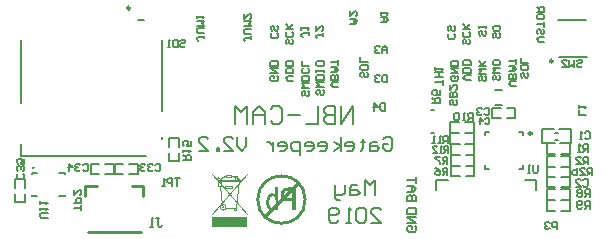
<source format=gbr>
%TF.GenerationSoftware,Altium Limited,Altium Designer,19.0.15 (446)*%
G04 Layer_Color=32896*
%FSLAX26Y26*%
%MOIN*%
%TF.FileFunction,Legend,Bot*%
%TF.Part,Single*%
G01*
G75*
%TA.AperFunction,NonConductor*%
%ADD10C,0.008000*%
%ADD108C,0.009842*%
%ADD109C,0.010000*%
%ADD110C,0.004921*%
%ADD111C,0.007874*%
%ADD112C,0.006000*%
%ADD113C,0.005984*%
%ADD114C,0.005000*%
%ADD115R,0.114952X0.028906*%
G36*
X890005Y86670D02*
X880806D01*
Y93370D01*
X880606Y92070D01*
X880106Y90970D01*
X879505Y89970D01*
X878905Y89170D01*
X878306Y88470D01*
X877706Y87970D01*
X877306Y87670D01*
X877206Y87570D01*
X875905Y86870D01*
X874606Y86370D01*
X873405Y85970D01*
X872206Y85770D01*
X871206Y85570D01*
X870405Y85470D01*
X869706D01*
X868206Y85570D01*
X866706Y85770D01*
X865306Y86170D01*
X864005Y86670D01*
X861606Y87870D01*
X859505Y89370D01*
X858606Y90070D01*
X857806Y90770D01*
X857106Y91370D01*
X856606Y91970D01*
X856106Y92470D01*
X855806Y92870D01*
X855606Y93070D01*
X855505Y93170D01*
X854405Y94670D01*
X853505Y96370D01*
X852706Y98070D01*
X852005Y99870D01*
X851405Y101670D01*
X850905Y103570D01*
X850206Y107070D01*
X849905Y108670D01*
X849706Y110170D01*
X849606Y111570D01*
X849505Y112770D01*
X849405Y113770D01*
Y114470D01*
Y114870D01*
Y115070D01*
X849505Y118370D01*
X849806Y121370D01*
X850306Y123970D01*
X850505Y125170D01*
X850706Y126270D01*
X851005Y127270D01*
X851206Y128170D01*
X851505Y128870D01*
X851706Y129470D01*
X851806Y129970D01*
X852005Y130370D01*
X852106Y130570D01*
Y130670D01*
X853106Y132970D01*
X854306Y134970D01*
X855505Y136670D01*
X856606Y138070D01*
X857606Y139170D01*
X858505Y139970D01*
X859005Y140370D01*
X859106Y140570D01*
X859206D01*
X860905Y141670D01*
X862706Y142470D01*
X864306Y143070D01*
X865905Y143470D01*
X867206Y143670D01*
X868306Y143870D01*
X869206D01*
X870706Y143770D01*
X872005Y143570D01*
X873306Y143270D01*
X874306Y142870D01*
X875206Y142470D01*
X875905Y142170D01*
X876306Y141970D01*
X876505Y141870D01*
X877606Y141070D01*
X878505Y140170D01*
X879106Y139370D01*
X879606Y138570D01*
X879905Y137770D01*
X880106Y137170D01*
X880206Y136770D01*
Y163170D01*
X890005D01*
Y86670D01*
D02*
G37*
G36*
X947106D02*
X936806D01*
Y116870D01*
X922306D01*
X919905Y116970D01*
X917806Y117170D01*
X915806Y117470D01*
X913905Y117970D01*
X912306Y118470D01*
X910806Y118970D01*
X909405Y119570D01*
X908206Y120270D01*
X907206Y120870D01*
X906306Y121470D01*
X905505Y121970D01*
X904905Y122570D01*
X904505Y122970D01*
X904206Y123270D01*
X904005Y123470D01*
X903905Y123570D01*
X902905Y124870D01*
X902106Y126270D01*
X901306Y127670D01*
X900706Y129070D01*
X899706Y131970D01*
X899106Y134670D01*
X898905Y135870D01*
X898706Y137070D01*
X898606Y138070D01*
X898505Y138970D01*
X898405Y139670D01*
Y140170D01*
Y140570D01*
Y140670D01*
X898505Y143470D01*
X898905Y146070D01*
X899505Y148270D01*
X900106Y150270D01*
X900405Y151070D01*
X900706Y151870D01*
X901005Y152470D01*
X901306Y152970D01*
X901505Y153370D01*
X901706Y153770D01*
X901806Y153870D01*
Y153970D01*
X903106Y155870D01*
X904606Y157570D01*
X906106Y158870D01*
X907505Y159970D01*
X908806Y160670D01*
X909806Y161270D01*
X910206Y161470D01*
X910405Y161570D01*
X910606Y161670D01*
X910706D01*
X912405Y162170D01*
X914405Y162570D01*
X916405Y162770D01*
X918405Y162970D01*
X920306Y163070D01*
X921005Y163170D01*
X947106D01*
Y86670D01*
D02*
G37*
%LPC*%
G36*
X870405Y134270D02*
X869405D01*
X868606Y134070D01*
X867106Y133570D01*
X865806Y132770D01*
X864706Y131970D01*
X863706Y131070D01*
X863106Y130270D01*
X862606Y129770D01*
X862505Y129670D01*
Y129570D01*
X861905Y128670D01*
X861405Y127570D01*
X860606Y125370D01*
X860106Y122870D01*
X859706Y120470D01*
X859606Y119270D01*
X859505Y118270D01*
X859405Y117270D01*
X859306Y116470D01*
Y115770D01*
Y115270D01*
Y114870D01*
Y114770D01*
Y112970D01*
X859405Y111270D01*
X859606Y109670D01*
X859806Y108170D01*
X860106Y106870D01*
X860405Y105670D01*
X860706Y104470D01*
X861005Y103570D01*
X861306Y102670D01*
X861606Y101970D01*
X861905Y101270D01*
X862206Y100770D01*
X862405Y100370D01*
X862606Y100070D01*
X862706Y99970D01*
Y99870D01*
X863306Y99070D01*
X864005Y98270D01*
X865206Y97070D01*
X866505Y96270D01*
X867606Y95670D01*
X868606Y95370D01*
X869306Y95170D01*
X869806Y95070D01*
X870005D01*
X871106Y95170D01*
X872106Y95370D01*
X873106Y95670D01*
X873905Y96070D01*
X874606Y96370D01*
X875106Y96670D01*
X875505Y96870D01*
X875606Y96970D01*
X876505Y97770D01*
X877306Y98770D01*
X878005Y99670D01*
X878505Y100670D01*
X879005Y101570D01*
X879306Y102270D01*
X879505Y102670D01*
X879606Y102870D01*
X880106Y104570D01*
X880405Y106470D01*
X880706Y108470D01*
X880806Y110470D01*
X880905Y112270D01*
X881005Y113070D01*
Y113770D01*
Y114270D01*
Y114670D01*
Y114970D01*
Y115070D01*
Y116770D01*
X880905Y118370D01*
X880706Y119970D01*
X880505Y121270D01*
X880206Y122570D01*
X879905Y123770D01*
X879606Y124870D01*
X879306Y125770D01*
X879005Y126670D01*
X878706Y127370D01*
X878405Y127970D01*
X878106Y128470D01*
X877905Y128870D01*
X877706Y129170D01*
X877606Y129270D01*
Y129370D01*
X877005Y130270D01*
X876306Y130970D01*
X875706Y131670D01*
X875005Y132170D01*
X873806Y133070D01*
X872606Y133670D01*
X871606Y133970D01*
X870905Y134170D01*
X870405Y134270D01*
D02*
G37*
G36*
X936806Y152270D02*
X920306D01*
X918606Y152070D01*
X917206Y151970D01*
X916106Y151770D01*
X915306Y151570D01*
X914706Y151370D01*
X914405Y151270D01*
X914306Y151170D01*
X913505Y150670D01*
X912806Y150170D01*
X912206Y149470D01*
X911606Y148870D01*
X911206Y148270D01*
X910905Y147770D01*
X910706Y147370D01*
X910606Y147270D01*
X910106Y146170D01*
X909706Y144970D01*
X909405Y143770D01*
X909206Y142670D01*
X909106Y141770D01*
X909005Y140970D01*
Y140470D01*
Y140270D01*
X909106Y138070D01*
X909505Y136070D01*
X910005Y134470D01*
X910606Y133170D01*
X911206Y132070D01*
X911706Y131370D01*
X912106Y130870D01*
X912206Y130770D01*
X913505Y129770D01*
X915106Y129070D01*
X916706Y128470D01*
X918405Y128170D01*
X919905Y127970D01*
X921106Y127870D01*
X921505Y127770D01*
X936806D01*
Y152270D01*
D02*
G37*
%LPD*%
D10*
X1199748Y45669D02*
X1233071D01*
X1199748Y78992D01*
Y87323D01*
X1208079Y95653D01*
X1224740D01*
X1233071Y87323D01*
X1183087D02*
X1174756Y95653D01*
X1158095D01*
X1149764Y87323D01*
Y54000D01*
X1158095Y45669D01*
X1174756D01*
X1183087Y54000D01*
Y87323D01*
X1133103Y45669D02*
X1116442D01*
X1124773D01*
Y95653D01*
X1133103Y87323D01*
X1091450Y54000D02*
X1083120Y45669D01*
X1066458D01*
X1058128Y54000D01*
Y87323D01*
X1066458Y95653D01*
X1083120D01*
X1091450Y87323D01*
Y78992D01*
X1083120Y70661D01*
X1058128D01*
X1210630Y137924D02*
Y187907D01*
X1193969Y171246D01*
X1177307Y187907D01*
Y137924D01*
X1152315Y171246D02*
X1135654D01*
X1127323Y162916D01*
Y137924D01*
X1152315D01*
X1160646Y146254D01*
X1152315Y154585D01*
X1127323D01*
X1110662Y171246D02*
Y146254D01*
X1102332Y137924D01*
X1077340D01*
Y129593D01*
X1085670Y121262D01*
X1094001D01*
X1077340Y137924D02*
Y171246D01*
D108*
X395669Y761220D02*
G03*
X395669Y761220I-4921J0D01*
G01*
X1734252Y343504D02*
G03*
X1734252Y343504I-4921J0D01*
G01*
X1804921Y584252D02*
G03*
X1804921Y584252I-4921J0D01*
G01*
X72835Y228346D02*
G03*
X72835Y228346I-1968J0D01*
G01*
D109*
X979106Y122670D02*
G03*
X979106Y122670I-79000J0D01*
G01*
X255496Y15409D02*
X431677D01*
X439552Y134504D02*
Y166984D01*
X246637Y134504D02*
Y166984D01*
X402149D02*
X439551D01*
X246638D02*
X284039D01*
X845106Y67670D02*
X955106Y177670D01*
D110*
X751849Y196602D02*
G03*
X751750Y196679I-4148J-5148D01*
G01*
X751957Y196512D02*
G03*
X751849Y196602I-4220J-5013D01*
G01*
X715473Y97072D02*
G03*
X715473Y97072I-9390J0D01*
G01*
X696852Y191173D02*
G03*
X696852Y191173I-5190J0D01*
G01*
X709037Y97077D02*
G03*
X709037Y97077I-2953J0D01*
G01*
X668378Y63580D02*
X783330D01*
X668378Y34674D02*
X668378Y63580D01*
X668378Y34674D02*
X783330Y34674D01*
Y63580D01*
X695124Y187482D02*
Y187482D01*
X695124Y187482D01*
X695124Y187482D02*
X695124Y187482D01*
X695124Y187482D02*
X695124Y187482D01*
Y187482D01*
Y187482D01*
Y187483D01*
X695124Y187483D01*
X695124Y187483D02*
X695124Y187483D01*
X695124Y187483D02*
Y187483D01*
Y187484D01*
X695124Y187484D01*
Y187484D01*
X695125Y187485D01*
X695125Y187485D02*
X695125Y187485D01*
X695125Y187485D02*
Y187486D01*
X695125Y187486D01*
X695125Y187487D01*
Y187487D01*
X695125Y187488D01*
Y187488D01*
X695125Y187489D01*
X695125Y187489D01*
X695125Y187490D02*
X695125Y187489D01*
X695125Y187490D02*
X695125Y187491D01*
X695125Y187491D01*
X695125Y187492D01*
X695125Y187493D01*
X695125Y187494D01*
X695126Y187494D01*
X695126Y187495D01*
X695126Y187496D01*
X695126Y187497D01*
X695126Y187498D01*
X695126Y187499D01*
X695126Y187500D01*
X695126Y187501D01*
X695126Y187502D01*
X695127Y187503D01*
X695127Y187504D01*
X695127Y187505D01*
X695127Y187506D01*
X695127Y187507D01*
X695127Y187508D01*
X695127Y187509D01*
X695128Y187511D01*
X695128Y187512D01*
X695128Y187513D01*
X695128Y187514D01*
X695128Y187516D01*
X695128Y187517D01*
X695129Y187518D01*
X695129Y187520D01*
X695129Y187521D01*
X695129Y187523D01*
X695129Y187524D01*
X695130Y187525D01*
X695130Y187527D01*
X695130Y187528D01*
X695130Y187530D01*
X695130Y187531D01*
X695131Y187533D01*
X695131Y187535D01*
X695131Y187536D01*
X695131Y187538D01*
X695131Y187540D01*
X695132Y187542D01*
X695132Y187543D01*
X695132Y187545D01*
X695133Y187547D01*
X695133Y187549D01*
X695133Y187550D01*
X695133Y187552D01*
X695134Y187554D01*
X695134Y187556D01*
X695134Y187558D01*
X695134Y187560D01*
X695135Y187562D01*
X695135Y187564D01*
X695135Y187566D01*
X695136Y187568D01*
X695136Y187570D01*
X695136Y187572D01*
X695137Y187575D01*
X695137Y187577D01*
X695137Y187579D01*
X695138Y187581D01*
X695138Y187583D01*
X695139Y187588D01*
X695139Y187593D01*
X695140Y187597D01*
X695141Y187602D01*
X695142Y187607D01*
X695142Y187612D01*
X695143Y187617D01*
X695144Y187623D01*
X695145Y187628D01*
X695146Y187633D01*
X695147Y187639D01*
X695148Y187644D01*
X695149Y187650D01*
X695150Y187656D01*
X695151Y187662D01*
X695152Y187668D01*
X695153Y187674D01*
X695154Y187680D01*
X695155Y187686D01*
X695156Y187693D01*
X695157Y187699D01*
X695159Y187706D01*
X695160Y187712D01*
X695161Y187719D01*
X695162Y187726D01*
X695163Y187733D01*
X695165Y187740D01*
X695166Y187747D01*
X695168Y187754D01*
X695169Y187761D01*
X695170Y187769D01*
X695172Y187776D01*
X695173Y187784D01*
X695175Y187791D01*
X695176Y187799D01*
X695178Y187807D01*
X695180Y187819D01*
X695183Y187831D01*
X695185Y187843D01*
X695188Y187856D01*
X695191Y187868D01*
X695193Y187881D01*
X695196Y187894D01*
X695199Y187907D01*
X695202Y187921D01*
X695205Y187935D01*
X695208Y187949D01*
X695211Y187963D01*
X695214Y187977D01*
X695217Y187991D01*
X695221Y188006D01*
X695224Y188021D01*
X695228Y188036D01*
X695231Y188051D01*
X695235Y188066D01*
X695239Y188082D01*
X695243Y188098D01*
X695248Y188119D01*
X695253Y188141D01*
X695259Y188163D01*
X695264Y188185D01*
X695270Y188208D01*
X695276Y188231D01*
X695283Y188254D01*
X695289Y188278D01*
X695295Y188302D01*
X695302Y188326D01*
X695308Y188350D01*
X695315Y188375D01*
X695322Y188400D01*
X695330Y188426D01*
X695339Y188458D01*
X695348Y188491D01*
X695358Y188524D01*
X695368Y188558D01*
X695379Y188592D01*
X695389Y188627D01*
X695400Y188662D01*
X695412Y188698D01*
X695423Y188734D01*
X695435Y188771D01*
X695447Y188808D01*
X695462Y188853D01*
X695477Y188898D01*
X695493Y188945D01*
X695509Y188991D01*
X695526Y189039D01*
X695543Y189087D01*
X695560Y189136D01*
X695578Y189185D01*
X695597Y189235D01*
X695619Y189294D01*
X695642Y189354D01*
X695666Y189415D01*
X695690Y189476D01*
X695715Y189539D01*
X695741Y189602D01*
X695767Y189666D01*
X695794Y189730D01*
X695826Y189805D01*
X695859Y189880D01*
X695893Y189957D01*
X695928Y190035D01*
X695964Y190113D01*
X696000Y190192D01*
X696038Y190273D01*
X696077Y190354D01*
X696123Y190446D01*
X696169Y190540D01*
X696217Y190634D01*
X696267Y190730D01*
X696317Y190826D01*
X696370Y190924D01*
X696423Y191023D01*
X696479Y191122D01*
X696535Y191223D01*
X696594Y191324D01*
X696654Y191427D01*
X696715Y191530D01*
X696778Y191634D01*
X696850Y191751D01*
X696924Y191869D01*
X697000Y191988D01*
X697078Y192107D01*
X697159Y192228D01*
X697241Y192350D01*
X697325Y192473D01*
X697412Y192596D01*
X697501Y192721D01*
X697592Y192846D01*
X697686Y192972D01*
X697782Y193099D01*
X697870Y193214D01*
X697960Y193329D01*
X698052Y193446D01*
X698146Y193562D01*
X698242Y193679D01*
X698340Y193797D01*
X698440Y193915D01*
X698542Y194034D01*
X698646Y194153D01*
X698752Y194273D01*
X698861Y194393D01*
X698971Y194514D01*
X699083Y194635D01*
X699198Y194756D01*
X699315Y194877D01*
X699434Y195000D01*
X699555Y195122D01*
X699678Y195245D01*
X699804Y195368D01*
X699918Y195477D01*
X700033Y195587D01*
X700151Y195697D01*
X700270Y195807D01*
X700391Y195917D01*
X700514Y196028D01*
X700638Y196138D01*
X700765Y196249D01*
X700894Y196360D01*
X701024Y196471D01*
X701073Y196512D01*
X701106Y196539D01*
X701130Y196559D01*
X701155Y196579D01*
X701179Y196599D01*
X701204Y196619D01*
X701229Y196639D01*
X701255Y196659D01*
X701280Y196679D01*
X701306Y196698D01*
X701332Y196718D01*
X701357Y196738D01*
X701384Y196757D01*
X701410Y196777D01*
X701437Y196796D01*
X701463Y196815D01*
X701490Y196835D01*
X701517Y196854D01*
X701544Y196873D01*
X701572Y196892D01*
X701600Y196911D01*
X701627Y196930D01*
X701655Y196949D01*
X701683Y196968D01*
X701712Y196987D01*
X701740Y197006D01*
X701769Y197024D01*
X701798Y197043D01*
X701827Y197062D01*
X701856Y197080D01*
X701885Y197099D01*
X701914Y197117D01*
X701944Y197136D01*
X701974Y197154D01*
X702004Y197172D01*
X702034Y197190D01*
X702064Y197208D01*
X702095Y197226D01*
X702125Y197245D01*
X702156Y197263D01*
X702187Y197280D01*
X702218Y197298D01*
X702249Y197316D01*
X702281Y197334D01*
X702312Y197352D01*
X702344Y197369D01*
X702376Y197387D01*
X702408Y197405D01*
X702440Y197422D01*
X702473Y197439D01*
X702505Y197457D01*
X702538Y197474D01*
X702571Y197491D01*
X702604Y197509D01*
X702637Y197526D01*
X702670Y197543D01*
X702703Y197560D01*
X702737Y197577D01*
X702771Y197594D01*
X702805Y197611D01*
X702839Y197628D01*
X702873Y197644D01*
X702907Y197661D01*
X702942Y197678D01*
X702976Y197694D01*
X703011Y197711D01*
X703046Y197728D01*
X703081Y197744D01*
X703116Y197760D01*
X703152Y197777D01*
X703187Y197793D01*
X703223Y197809D01*
X703259Y197826D01*
X703294Y197842D01*
X703331Y197858D01*
X703367Y197874D01*
X703403Y197890D01*
X703439Y197906D01*
X703476Y197922D01*
X703513Y197937D01*
X703550Y197953D01*
X703587Y197969D01*
X703624Y197985D01*
X703661Y198000D01*
X703698Y198016D01*
X703736Y198031D01*
X703774Y198047D01*
X703811Y198062D01*
X703849Y198077D01*
X703887Y198093D01*
X703926Y198108D01*
X703964Y198123D01*
X704002Y198138D01*
X704041Y198154D01*
X704080Y198169D01*
X704119Y198184D01*
X704157Y198199D01*
X704197Y198214D01*
X704236Y198228D01*
X704275Y198243D01*
X704314Y198258D01*
X704354Y198273D01*
X704394Y198287D01*
X704433Y198302D01*
X704473Y198316D01*
X704514Y198331D01*
X704554Y198345D01*
X704594Y198360D01*
X704648Y198379D01*
X704702Y198398D01*
X704756Y198417D01*
X704811Y198436D01*
X704865Y198454D01*
X704920Y198473D01*
X704976Y198492D01*
X705031Y198510D01*
X705086Y198529D01*
X705142Y198547D01*
X705198Y198565D01*
X705254Y198583D01*
X705310Y198601D01*
X705367Y198620D01*
X705423Y198637D01*
X705480Y198655D01*
X705537Y198673D01*
X705595Y198691D01*
X705652Y198708D01*
X705710Y198726D01*
X705767Y198743D01*
X705825Y198761D01*
X705883Y198778D01*
X705942Y198795D01*
X706000Y198812D01*
X706059Y198829D01*
X706117Y198846D01*
X706176Y198863D01*
X706236Y198879D01*
X706295Y198896D01*
X706354Y198913D01*
X706414Y198929D01*
X706474Y198946D01*
X706534Y198962D01*
X706594Y198978D01*
X706654Y198994D01*
X706714Y199010D01*
X706775Y199026D01*
X706836Y199042D01*
X706896Y199058D01*
X706957Y199074D01*
X707019Y199089D01*
X707080Y199105D01*
X707141Y199121D01*
X707203Y199136D01*
X707264Y199151D01*
X707326Y199167D01*
X707388Y199182D01*
X707451Y199197D01*
X707513Y199212D01*
X707575Y199227D01*
X707638Y199242D01*
X707700Y199257D01*
X707763Y199272D01*
X707826Y199286D01*
X707889Y199301D01*
X707968Y199319D01*
X708047Y199337D01*
X708126Y199355D01*
X708206Y199373D01*
X708286Y199390D01*
X708365Y199408D01*
X708446Y199425D01*
X708526Y199442D01*
X708606Y199459D01*
X708687Y199476D01*
X708768Y199494D01*
X708848Y199510D01*
X708929Y199527D01*
X709011Y199544D01*
X709092Y199560D01*
X709173Y199576D01*
X709255Y199593D01*
X709337Y199609D01*
X709419Y199625D01*
X709501Y199641D01*
X709583Y199656D01*
X709665Y199672D01*
X709748Y199688D01*
X709830Y199703D01*
X709913Y199719D01*
X709996Y199734D01*
X710079Y199749D01*
X710162Y199764D01*
X710245Y199779D01*
X710328Y199794D01*
X710412Y199808D01*
X710495Y199823D01*
X710579Y199838D01*
X710679Y199855D01*
X710779Y199872D01*
X710880Y199889D01*
X710981Y199905D01*
X711082Y199922D01*
X711183Y199939D01*
X711284Y199955D01*
X711385Y199971D01*
X711486Y199987D01*
X711588Y200003D01*
X711689Y200019D01*
X711791Y200034D01*
X711892Y200050D01*
X711994Y200065D01*
X712096Y200080D01*
X712198Y200095D01*
X712299Y200110D01*
X712401Y200125D01*
X712503Y200139D01*
X712605Y200154D01*
X712707Y200168D01*
X712826Y200185D01*
X712945Y200201D01*
X713065Y200217D01*
X713184Y200233D01*
X713303Y200249D01*
X713422Y200264D01*
X713541Y200280D01*
X713660Y200295D01*
X713779Y200310D01*
X713898Y200325D01*
X714017Y200339D01*
X714136Y200354D01*
X714255Y200368D01*
X714374Y200382D01*
X714509Y200398D01*
X714645Y200414D01*
X714780Y200429D01*
X714916Y200445D01*
X715051Y200460D01*
X715186Y200475D01*
X715321Y200489D01*
X715455Y200504D01*
X715472Y200505D01*
X751236Y197042D02*
X751282Y197012D01*
X751330Y196981D01*
X751379Y196948D01*
X751430Y196913D01*
X751483Y196876D01*
X751541Y196835D01*
X751603Y196791D01*
X751672Y196740D01*
X751750Y196679D01*
X751957Y196512D02*
X752105Y196387D01*
X752234Y196277D01*
X752361Y196166D01*
X752486Y196055D01*
X752610Y195945D01*
X752731Y195834D01*
X752851Y195724D01*
X752968Y195614D01*
X753084Y195505D01*
X753198Y195395D01*
X753311Y195286D01*
X753421Y195176D01*
X753543Y195054D01*
X753663Y194932D01*
X753781Y194810D01*
X753897Y194688D01*
X754010Y194567D01*
X754122Y194447D01*
X754231Y194326D01*
X754338Y194206D01*
X754443Y194087D01*
X754546Y193968D01*
X754647Y193850D01*
X754745Y193732D01*
X754842Y193614D01*
X754937Y193497D01*
X755030Y193381D01*
X755121Y193265D01*
X755210Y193150D01*
X755297Y193036D01*
X755383Y192922D01*
X755466Y192808D01*
X755548Y192696D01*
X755627Y192584D01*
X755714Y192460D01*
X755798Y192338D01*
X755880Y192216D01*
X755960Y192095D01*
X756038Y191976D01*
X756107Y191869D01*
X756173Y191763D01*
X756239Y191657D01*
X756302Y191553D01*
X756364Y191450D01*
X756424Y191347D01*
X756482Y191245D01*
X756539Y191144D01*
X756595Y191045D01*
X756649Y190946D01*
X756702Y190848D01*
X756753Y190751D01*
X756803Y190655D01*
X756851Y190561D01*
X756898Y190467D01*
X756943Y190374D01*
X756982Y190293D01*
X757021Y190212D01*
X757058Y190133D01*
X757094Y190054D01*
X757129Y189976D01*
X757163Y189899D01*
X757196Y189824D01*
X757228Y189749D01*
X757256Y189684D01*
X757282Y189620D01*
X757308Y189557D01*
X757333Y189494D01*
X757358Y189432D01*
X757382Y189371D01*
X757405Y189311D01*
X757427Y189252D01*
X757446Y189202D01*
X757464Y189152D01*
X757482Y189103D01*
X757499Y189055D01*
X757516Y189007D01*
X757532Y188960D01*
X757548Y188914D01*
X757564Y188868D01*
X757579Y188822D01*
X757591Y188785D01*
X757603Y188749D01*
X757614Y188712D01*
X757626Y188677D01*
X757637Y188641D01*
X757647Y188606D01*
X757658Y188572D01*
X757668Y188538D01*
X757678Y188504D01*
X757688Y188471D01*
X757697Y188439D01*
X757704Y188413D01*
X757712Y188388D01*
X757718Y188363D01*
X757725Y188338D01*
X757732Y188314D01*
X757739Y188290D01*
X757745Y188266D01*
X757751Y188242D01*
X757757Y188219D01*
X757763Y188196D01*
X757769Y188174D01*
X757774Y188152D01*
X757780Y188130D01*
X757785Y188108D01*
X757789Y188093D01*
X757793Y188077D01*
X757797Y188061D01*
X757800Y188046D01*
X757804Y188031D01*
X757807Y188016D01*
X757811Y188001D01*
X757814Y187987D01*
X757817Y187972D01*
X757820Y187958D01*
X757823Y187944D01*
X757827Y187930D01*
X757830Y187917D01*
X757832Y187903D01*
X757835Y187890D01*
X757838Y187877D01*
X757841Y187864D01*
X757843Y187851D01*
X757846Y187839D01*
X757848Y187827D01*
X757851Y187815D01*
X757852Y187807D01*
X757854Y187799D01*
X757856Y187791D01*
X757857Y187784D01*
X757858Y187776D01*
X757860Y187769D01*
X757861Y187761D01*
X757863Y187754D01*
X757864Y187747D01*
X757865Y187740D01*
X757867Y187733D01*
X757868Y187726D01*
X757869Y187719D01*
X757871Y187712D01*
X757872Y187706D01*
X757873Y187699D01*
X757874Y187693D01*
X757875Y187686D01*
X757876Y187680D01*
X757877Y187674D01*
X757879Y187668D01*
X757880Y187662D01*
X757880Y187656D01*
X757881Y187650D01*
X757883Y187644D01*
X757883Y187639D01*
X757884Y187633D01*
X757885Y187628D01*
X757886Y187623D01*
X757887Y187617D01*
X757888Y187612D01*
X757889Y187607D01*
X757889Y187602D01*
X757890Y187597D01*
X757891Y187593D01*
X757891Y187588D01*
X757892Y187583D01*
X757893Y187581D01*
X757893Y187579D01*
X757893Y187577D01*
X757894Y187575D01*
X757894Y187572D01*
X757894Y187570D01*
X757895Y187568D01*
X757895Y187566D01*
X757895Y187564D01*
X757896Y187562D01*
X757896Y187560D01*
X757896Y187558D01*
X757896Y187556D01*
X757897Y187554D01*
X757897Y187552D01*
X757897Y187550D01*
X757898Y187549D01*
X757898Y187547D01*
X757898Y187545D01*
X757898Y187543D01*
X757899Y187542D01*
X757899Y187540D01*
X757899Y187538D01*
X757899Y187536D01*
X757899Y187535D01*
X757900Y187533D01*
X757900Y187531D01*
X757900Y187530D01*
X757900Y187529D01*
X757900Y187527D01*
X757901Y187525D01*
X757901Y187524D01*
X757901Y187523D01*
X757901Y187521D01*
X757902Y187520D01*
X757902Y187518D01*
X757902Y187517D01*
X757902Y187516D01*
X757902Y187514D01*
X757902Y187513D01*
X757903Y187512D01*
X757903Y187511D01*
X757903Y187509D01*
X757903Y187508D01*
X757903Y187507D01*
X757903Y187506D01*
X757903Y187505D01*
X757904Y187504D01*
X757904Y187503D01*
X757904Y187502D01*
Y187501D02*
Y187502D01*
Y187501D02*
X757904Y187500D01*
X757904Y187499D01*
X757904Y187498D01*
X757904Y187497D01*
X757904Y187496D01*
Y187495D02*
Y187496D01*
Y187495D02*
X757905Y187494D01*
Y187494D02*
Y187494D01*
Y187494D02*
X757905Y187493D01*
Y187492D02*
Y187493D01*
Y187492D02*
X757905Y187491D01*
X757905Y187491D01*
X757905Y187490D01*
X757905Y187489D01*
Y187489D02*
Y187489D01*
Y187489D02*
X757905Y187488D01*
X757905Y187488D01*
Y187487D02*
Y187488D01*
Y187487D02*
X757906Y187487D01*
Y187486D02*
Y187487D01*
Y187486D02*
X757906Y187486D01*
Y187485D02*
Y187486D01*
Y187485D02*
Y187485D01*
Y187485D02*
X757906Y187484D01*
X757906Y187484D01*
Y187484D02*
Y187484D01*
Y187483D02*
Y187484D01*
Y187483D02*
X757906Y187483D01*
Y187483D02*
Y187483D01*
Y187483D02*
Y187483D01*
Y187482D02*
Y187483D01*
Y187482D02*
Y187482D01*
Y187482D02*
X757906Y187482D01*
Y187482D02*
Y187482D01*
Y187482D02*
Y187482D01*
Y187482D02*
Y187482D01*
X696701Y168433D02*
X702120Y105998D01*
X733335Y200867D02*
X733597Y200849D01*
X733838Y200832D01*
X734056Y200816D01*
X734276Y200800D01*
X734485Y200784D01*
X734683Y200769D01*
X734882Y200753D01*
X735070Y200738D01*
X735258Y200722D01*
X735435Y200708D01*
X735612Y200692D01*
X735778Y200678D01*
X735944Y200663D01*
X736111Y200648D01*
X736278Y200633D01*
X736433Y200618D01*
X736588Y200603D01*
X736743Y200588D01*
X736899Y200573D01*
X737042Y200559D01*
X737186Y200544D01*
X737330Y200529D01*
X737474Y200514D01*
X737618Y200499D01*
X737749Y200485D01*
X737881Y200470D01*
X738013Y200456D01*
X738144Y200441D01*
X738276Y200426D01*
X738409Y200411D01*
X738541Y200396D01*
X738673Y200380D01*
X738792Y200366D01*
X738912Y200351D01*
X739031Y200337D01*
X739150Y200322D01*
X739270Y200307D01*
X739389Y200292D01*
X739509Y200277D01*
X739628Y200261D01*
X739747Y200245D01*
X739867Y200230D01*
X739973Y200215D01*
X740079Y200201D01*
X740186Y200186D01*
X740292Y200172D01*
X740398Y200157D01*
X740504Y200142D01*
X740610Y200127D01*
X740716Y200111D01*
X740822Y200096D01*
X740928Y200080D01*
X741034Y200064D01*
X741139Y200048D01*
X741245Y200032D01*
X741351Y200016D01*
X741443Y200002D01*
X741535Y199987D01*
X741628Y199973D01*
X741720Y199958D01*
X741812Y199943D01*
X741904Y199928D01*
X741996Y199913D01*
X742087Y199898D01*
X742179Y199883D01*
X742271Y199867D01*
X742362Y199851D01*
X742454Y199836D01*
X742545Y199820D01*
X742636Y199804D01*
X742727Y199788D01*
X742818Y199772D01*
X742909Y199755D01*
X742999Y199739D01*
X743090Y199722D01*
X743180Y199705D01*
X743257Y199691D01*
X743335Y199676D01*
X743412Y199662D01*
X743489Y199647D01*
X743566Y199632D01*
X743642Y199617D01*
X743719Y199602D01*
X743796Y199587D01*
X743872Y199572D01*
X743948Y199556D01*
X744024Y199541D01*
X744100Y199525D01*
X744176Y199510D01*
X744252Y199494D01*
X744328Y199478D01*
X744403Y199462D01*
X744478Y199446D01*
X744554Y199430D01*
X744629Y199414D01*
X744703Y199397D01*
X744778Y199381D01*
X744853Y199364D01*
X744927Y199347D01*
X745001Y199331D01*
X745076Y199314D01*
X745149Y199297D01*
X745223Y199280D01*
X745297Y199263D01*
X745370Y199245D01*
X745431Y199231D01*
X745492Y199216D01*
X745553Y199202D01*
X745614Y199187D01*
X745674Y199172D01*
X745734Y199157D01*
X745795Y199142D01*
X745855Y199127D01*
X745915Y199112D01*
X745975Y199097D01*
X746034Y199082D01*
X746094Y199066D01*
X746141Y199054D01*
X749972Y95186D02*
X757906Y187482D01*
X715472Y95186D02*
X749972D01*
X715930Y203693D02*
X733332D01*
X715930Y197739D02*
Y203693D01*
Y197739D02*
X733332D01*
Y203693D01*
X751192Y186595D02*
Y201401D01*
X746614Y201400D02*
X751192Y201401D01*
X746614Y186595D02*
Y201400D01*
X687848Y179726D02*
X699141D01*
X687848Y168433D02*
Y179726D01*
Y168433D02*
X699141D01*
Y179726D01*
X690898Y189647D02*
X765236D01*
X690898Y184151D02*
Y189647D01*
Y184151D02*
X765236D01*
X765236Y189647D02*
X765236Y184151D01*
X712966Y169020D02*
X736625D01*
X712966Y160470D02*
X712966Y169020D01*
X712966Y160470D02*
X736625D01*
X736625Y169020D01*
X741118Y95167D02*
X747078Y95167D01*
X741118Y86378D02*
Y95167D01*
Y86378D02*
X747077D01*
X747078Y95167D01*
X668361Y73701D02*
X783717Y208073D01*
X668361Y208073D02*
X783717Y73701D01*
D111*
X30512Y446260D02*
Y654921D01*
Y269094D02*
Y306496D01*
Y269094D02*
X449803D01*
X500984Y418701D02*
Y654921D01*
X420276Y719882D02*
X441929D01*
X500984Y326181D02*
Y332087D01*
X1612598Y488779D02*
X1636220D01*
X1612598Y439567D02*
X1636220D01*
X1703741Y338189D02*
Y349409D01*
X1692519D02*
X1703741D01*
X1579725D02*
X1590945D01*
X1579725Y338189D02*
Y349409D01*
Y225393D02*
Y236615D01*
Y225393D02*
X1590945D01*
X1703741D02*
Y236615D01*
X1692519Y225393D02*
X1703741D01*
X1824567Y596457D02*
X1920079D01*
X1820473Y720866D02*
X1915984D01*
X1812992Y346299D02*
X1820866D01*
X1812992Y322677D02*
X1820866D01*
D112*
X1416535Y188976D02*
X1453740D01*
X1711614D02*
X1750000D01*
X1399606Y422283D02*
X1407480D01*
X1399606Y345433D02*
X1407480D01*
X1826772Y357205D02*
X1865354D01*
X1768583D02*
X1807087D01*
X1827165Y311772D02*
X1865354D01*
X1768622D02*
X1807087D01*
X1768622Y311732D02*
Y354173D01*
X1865236Y311772D02*
Y357205D01*
X560024Y250457D02*
Y279157D01*
X524197Y250457D02*
X559905D01*
X560024Y298842D02*
Y327543D01*
X524315D02*
X559905D01*
X524197Y298842D02*
Y327543D01*
Y250457D02*
Y279157D01*
X1832283Y85630D02*
X1860984D01*
X1783898D02*
X1812598D01*
X1783898Y85748D02*
Y121339D01*
Y121457D02*
X1812598D01*
X1860984Y85630D02*
Y121339D01*
X1832283Y121457D02*
X1860984D01*
X1783898D02*
X1812598D01*
X1783898Y121575D02*
Y157284D01*
X1832283Y121457D02*
X1860984D01*
Y121575D02*
Y157165D01*
X1832283Y157284D02*
X1860984D01*
X1783898D02*
X1812598D01*
X1513780Y272441D02*
X1542480D01*
X1465394D02*
X1494094D01*
X1465394Y272559D02*
Y308150D01*
Y308268D02*
X1494094D01*
X1542480Y272441D02*
Y308150D01*
X1513780Y308268D02*
X1542480D01*
X1511811Y344685D02*
X1540512D01*
Y308858D02*
Y344567D01*
X1463425Y344685D02*
X1492126D01*
X1463425Y308976D02*
Y344567D01*
Y308858D02*
X1492126D01*
X1511811D02*
X1540512D01*
X1511811Y344529D02*
X1540512D01*
X1463425D02*
X1492126D01*
X1463425Y344647D02*
Y380238D01*
Y380356D02*
X1492126D01*
X1540512Y344529D02*
Y380238D01*
X1511811Y380356D02*
X1540512D01*
X1513780Y271850D02*
X1542480D01*
Y236024D02*
Y271732D01*
X1465394Y271850D02*
X1494094D01*
X1465394Y236142D02*
Y271732D01*
Y236024D02*
X1494094D01*
X1513780D02*
X1542480D01*
X1465394Y236024D02*
X1494094D01*
X1513780D02*
X1542480D01*
Y200315D02*
Y235905D01*
X1513780Y200197D02*
X1542480D01*
X1465394Y200315D02*
Y236024D01*
Y200197D02*
X1494094D01*
X1783898Y311472D02*
X1812598D01*
X1832283D02*
X1860984D01*
Y275764D02*
Y311354D01*
X1832283Y275645D02*
X1860984D01*
X1783898Y275764D02*
Y311472D01*
Y275645D02*
X1812598D01*
X1832283Y268756D02*
X1860984D01*
Y232929D02*
Y268638D01*
X1783898Y268756D02*
X1812598D01*
X1783898Y233047D02*
Y268638D01*
Y232929D02*
X1812598D01*
X1832283D02*
X1860984D01*
X1783898Y232756D02*
X1812598D01*
X1832283D02*
X1860984D01*
Y197047D02*
Y232638D01*
X1832283Y196929D02*
X1860984D01*
X1783898Y197047D02*
Y232756D01*
Y196929D02*
X1812598D01*
X1602126Y394646D02*
X1630712D01*
X1650397D02*
X1678976D01*
X1602126Y428189D02*
X1630712D01*
X1650397D02*
X1678976D01*
Y394646D02*
Y428189D01*
X1602126Y394646D02*
Y428189D01*
X1860866Y163071D02*
Y196614D01*
X1784016Y163071D02*
Y196614D01*
Y163071D02*
X1812595D01*
X1832280D02*
X1860866D01*
X1784016Y196614D02*
X1812595D01*
X1832280D02*
X1860866D01*
X344685Y208228D02*
X373271D01*
X392956D02*
X421535D01*
X344685Y241772D02*
X373271D01*
X392956D02*
X421535D01*
Y208228D02*
Y241772D01*
X344685Y208228D02*
Y241772D01*
X341535Y208228D02*
Y241772D01*
X264685Y208228D02*
Y241772D01*
Y208228D02*
X293264D01*
X312949D02*
X341535D01*
X264685Y241772D02*
X293264D01*
X312949D02*
X341535D01*
X13150Y114134D02*
X46693D01*
X13150Y190984D02*
X46693D01*
X13150Y162405D02*
Y190984D01*
Y114134D02*
Y142720D01*
X46693Y162405D02*
Y190984D01*
Y114134D02*
Y142720D01*
D113*
X1750000Y153150D02*
Y188976D01*
X1415354Y153150D02*
Y188976D01*
X66929Y134055D02*
Y137992D01*
X177165Y134449D02*
Y137992D01*
Y208661D02*
Y212598D01*
X66929Y208661D02*
Y212598D01*
X84646D01*
X66929Y133858D02*
X84646Y133858D01*
X159449D02*
X177165Y133858D01*
X159449Y212598D02*
X177165D01*
D114*
X1776370Y648779D02*
X1759708D01*
X1751378Y657110D01*
X1759708Y665441D01*
X1776370D01*
X1772204Y690433D02*
X1776370Y686267D01*
Y677937D01*
X1772204Y673771D01*
X1768039D01*
X1763874Y677937D01*
Y686267D01*
X1759708Y690433D01*
X1755543D01*
X1751378Y686267D01*
Y677937D01*
X1755543Y673771D01*
X1776370Y698763D02*
Y715425D01*
Y707094D01*
X1751378D01*
X1776370Y736251D02*
Y727920D01*
X1772204Y723755D01*
X1755543D01*
X1751378Y727920D01*
Y736251D01*
X1755543Y740417D01*
X1772204D01*
X1776370Y736251D01*
X1751378Y748747D02*
X1776370D01*
Y761243D01*
X1772204Y765408D01*
X1763874D01*
X1759708Y761243D01*
Y748747D01*
Y757078D02*
X1751378Y765408D01*
X1348888Y117323D02*
X1318898D01*
Y132318D01*
X1323896Y137316D01*
X1328894D01*
X1333893Y132318D01*
Y117323D01*
Y132318D01*
X1338891Y137316D01*
X1343889D01*
X1348888Y132318D01*
Y117323D01*
X1318898Y147313D02*
X1338891D01*
X1348888Y157310D01*
X1338891Y167307D01*
X1318898D01*
X1333893D01*
Y147313D01*
X1348888Y177303D02*
Y197297D01*
Y187300D01*
X1318898D01*
X1344677Y34954D02*
X1349675Y29956D01*
Y19959D01*
X1344677Y14961D01*
X1324683D01*
X1319685Y19959D01*
Y29956D01*
X1324683Y34954D01*
X1334680D01*
Y24957D01*
X1319685Y44951D02*
X1349675D01*
X1319685Y64944D01*
X1349675D01*
Y74941D02*
X1319685D01*
Y89936D01*
X1324683Y94935D01*
X1344677D01*
X1349675Y89936D01*
Y74941D01*
X1039102Y676661D02*
Y668331D01*
Y672496D01*
X1018275D01*
X1014110Y668331D01*
Y664165D01*
X1018275Y660000D01*
X1014110Y701653D02*
Y684992D01*
X1030772Y701653D01*
X1034937D01*
X1039102Y697488D01*
Y689157D01*
X1034937Y684992D01*
X991102Y680661D02*
Y672331D01*
Y676496D01*
X970275D01*
X966110Y672331D01*
Y668165D01*
X970275Y664000D01*
X966110Y688992D02*
Y697322D01*
Y693157D01*
X991102D01*
X986937Y688992D01*
X1485393Y536346D02*
X1489559Y532181D01*
Y523850D01*
X1485393Y519685D01*
X1468732D01*
X1464567Y523850D01*
Y532181D01*
X1468732Y536346D01*
X1477063D01*
Y528015D01*
X1464567Y544677D02*
X1489559D01*
X1464567Y561338D01*
X1489559D01*
Y569669D02*
X1464567D01*
Y582165D01*
X1468732Y586330D01*
X1485393D01*
X1489559Y582165D01*
Y569669D01*
X1530897Y520456D02*
X1514236D01*
X1505906Y528787D01*
X1514236Y537117D01*
X1530897D01*
Y545448D02*
X1505906D01*
Y557944D01*
X1510071Y562109D01*
X1526732D01*
X1530897Y557944D01*
Y545448D01*
Y570440D02*
X1505906D01*
Y582936D01*
X1510071Y587101D01*
X1526732D01*
X1530897Y582936D01*
Y570440D01*
X1577913Y534378D02*
X1582079Y530212D01*
Y521882D01*
X1577913Y517716D01*
X1573748D01*
X1569583Y521882D01*
Y530212D01*
X1565417Y534378D01*
X1561252D01*
X1557087Y530212D01*
Y521882D01*
X1561252Y517716D01*
X1582079Y542708D02*
X1557087D01*
X1565417Y551039D01*
X1557087Y559370D01*
X1582079D01*
Y567700D02*
X1557087D01*
X1565417D01*
X1582079Y584361D01*
X1569583Y571865D01*
X1557087Y584361D01*
X1624764Y537134D02*
X1628929Y532968D01*
Y524638D01*
X1624764Y520472D01*
X1620598D01*
X1616433Y524638D01*
Y532968D01*
X1612268Y537134D01*
X1608102D01*
X1603937Y532968D01*
Y524638D01*
X1608102Y520472D01*
X1628929Y545464D02*
X1603937D01*
X1612268Y553795D01*
X1603937Y562126D01*
X1628929D01*
Y582952D02*
Y574621D01*
X1624764Y570456D01*
X1608102D01*
X1603937Y574621D01*
Y582952D01*
X1608102Y587117D01*
X1624764D01*
X1628929Y582952D01*
X1682884Y501272D02*
X1666223D01*
X1657892Y509602D01*
X1666223Y517933D01*
X1682884D01*
Y526264D02*
X1657892D01*
Y538760D01*
X1662057Y542925D01*
X1666223D01*
X1670388Y538760D01*
Y526264D01*
Y538760D01*
X1674553Y542925D01*
X1678718D01*
X1682884Y538760D01*
Y526264D01*
X1657892Y551255D02*
X1674553D01*
X1682884Y559586D01*
X1674553Y567917D01*
X1657892D01*
X1670388D01*
Y551255D01*
X1682884Y576247D02*
Y592909D01*
Y584578D01*
X1657892D01*
X1718464Y546131D02*
X1722630Y541966D01*
Y533635D01*
X1718464Y529470D01*
X1714299D01*
X1710134Y533635D01*
Y541966D01*
X1705968Y546131D01*
X1701803D01*
X1697638Y541966D01*
Y533635D01*
X1701803Y529470D01*
X1722630Y566958D02*
Y558627D01*
X1718464Y554462D01*
X1701803D01*
X1697638Y558627D01*
Y566958D01*
X1701803Y571123D01*
X1718464D01*
X1722630Y566958D01*
Y579454D02*
X1697638D01*
Y596115D01*
X1474937Y675661D02*
X1479102Y671496D01*
Y663165D01*
X1474937Y659000D01*
X1458275D01*
X1454110Y663165D01*
Y671496D01*
X1458275Y675661D01*
X1474937Y700653D02*
X1479102Y696488D01*
Y688157D01*
X1474937Y683992D01*
X1470772D01*
X1466606Y688157D01*
Y696488D01*
X1462441Y700653D01*
X1458275D01*
X1454110Y696488D01*
Y688157D01*
X1458275Y683992D01*
X1524937Y656661D02*
X1529102Y652496D01*
Y644165D01*
X1524937Y640000D01*
X1520772D01*
X1516606Y644165D01*
Y652496D01*
X1512441Y656661D01*
X1508275D01*
X1504110Y652496D01*
Y644165D01*
X1508275Y640000D01*
X1524937Y681653D02*
X1529102Y677488D01*
Y669157D01*
X1524937Y664992D01*
X1508275D01*
X1504110Y669157D01*
Y677488D01*
X1508275Y681653D01*
X1529102Y689984D02*
X1504110D01*
X1512441D01*
X1529102Y706645D01*
X1516606Y694149D01*
X1504110Y706645D01*
X1577913Y685779D02*
X1582078Y681614D01*
Y673283D01*
X1577913Y669118D01*
X1573748D01*
X1569582Y673283D01*
Y681614D01*
X1565417Y685779D01*
X1561252D01*
X1557086Y681614D01*
Y673283D01*
X1561252Y669118D01*
X1582078Y694110D02*
Y702440D01*
Y698275D01*
X1557086D01*
Y694110D01*
Y702440D01*
X1625157Y677448D02*
X1629322Y673283D01*
Y664952D01*
X1625157Y660787D01*
X1620992D01*
X1616827Y664952D01*
Y673283D01*
X1612661Y677448D01*
X1608496D01*
X1604331Y673283D01*
Y664952D01*
X1608496Y660787D01*
X1629322Y698275D02*
Y689944D01*
X1625157Y685779D01*
X1608496D01*
X1604331Y689944D01*
Y698275D01*
X1608496Y702440D01*
X1625157D01*
X1629322Y698275D01*
X934937Y656661D02*
X939102Y652496D01*
Y644165D01*
X934937Y640000D01*
X930771D01*
X926606Y644165D01*
Y652496D01*
X922441Y656661D01*
X918275D01*
X914110Y652496D01*
Y644165D01*
X918275Y640000D01*
X934937Y681653D02*
X939102Y677488D01*
Y669157D01*
X934937Y664992D01*
X918275D01*
X914110Y669157D01*
Y677488D01*
X918275Y681653D01*
X939102Y689984D02*
X914110D01*
X922441D01*
X939102Y706645D01*
X926606Y694149D01*
X914110Y706645D01*
X884937Y677661D02*
X889102Y673496D01*
Y665165D01*
X884937Y661000D01*
X868275D01*
X864110Y665165D01*
Y673496D01*
X868275Y677661D01*
X884937Y702653D02*
X889102Y698488D01*
Y690157D01*
X884937Y685992D01*
X880771D01*
X876606Y690157D01*
Y698488D01*
X872441Y702653D01*
X868275D01*
X864110Y698488D01*
Y690157D01*
X868275Y685992D01*
X1183622Y546581D02*
X1187787Y542416D01*
Y534085D01*
X1183622Y529920D01*
X1179457D01*
X1175292Y534085D01*
Y542416D01*
X1171126Y546581D01*
X1166961D01*
X1162796Y542416D01*
Y534085D01*
X1166961Y529920D01*
X1187787Y567408D02*
Y559077D01*
X1183622Y554912D01*
X1166961D01*
X1162796Y559077D01*
Y567408D01*
X1166961Y571573D01*
X1183622D01*
X1187787Y567408D01*
Y579904D02*
X1162796D01*
Y596565D01*
X1089953Y497433D02*
X1073291D01*
X1064961Y505763D01*
X1073291Y514094D01*
X1089953D01*
Y522425D02*
X1064961D01*
Y534921D01*
X1069126Y539086D01*
X1073291D01*
X1077457Y534921D01*
Y522425D01*
Y534921D01*
X1081622Y539086D01*
X1085787D01*
X1089953Y534921D01*
Y522425D01*
X1064961Y547417D02*
X1081622D01*
X1089953Y555747D01*
X1081622Y564078D01*
X1064961D01*
X1077457D01*
Y547417D01*
X1089953Y572408D02*
Y589070D01*
Y580739D01*
X1064961D01*
X1037575Y489267D02*
X1041740Y485102D01*
Y476771D01*
X1037575Y472606D01*
X1033409D01*
X1029244Y476771D01*
Y485102D01*
X1025079Y489267D01*
X1020913D01*
X1016748Y485102D01*
Y476771D01*
X1020913Y472606D01*
X1041740Y497598D02*
X1016748D01*
X1025079Y505929D01*
X1016748Y514259D01*
X1041740D01*
Y522590D02*
X1016748D01*
Y535086D01*
X1020913Y539251D01*
X1037575D01*
X1041740Y535086D01*
Y522590D01*
Y547582D02*
Y555912D01*
Y551747D01*
X1016748D01*
Y547582D01*
Y555912D01*
X1041740Y580904D02*
Y572574D01*
X1037575Y568408D01*
X1020913D01*
X1016748Y572574D01*
Y580904D01*
X1020913Y585070D01*
X1037575D01*
X1041740Y580904D01*
X988362Y485102D02*
X992527Y480937D01*
Y472606D01*
X988362Y468441D01*
X984197D01*
X980031Y472606D01*
Y480937D01*
X975866Y485102D01*
X971701D01*
X967535Y480937D01*
Y472606D01*
X971701Y468441D01*
X992527Y493433D02*
X967535D01*
X975866Y501763D01*
X967535Y510094D01*
X992527D01*
Y518425D02*
X967535D01*
Y530921D01*
X971701Y535086D01*
X988362D01*
X992527Y530921D01*
Y518425D01*
X988362Y560078D02*
X992527Y555913D01*
Y547582D01*
X988362Y543417D01*
X971701D01*
X967535Y547582D01*
Y555913D01*
X971701Y560078D01*
X992527Y568408D02*
X967535D01*
Y585070D01*
X939378Y518425D02*
X922716D01*
X914386Y526755D01*
X922716Y535086D01*
X939378D01*
Y543417D02*
X914386D01*
Y555913D01*
X918551Y560078D01*
X935212D01*
X939378Y555913D01*
Y543417D01*
Y568408D02*
X914386D01*
Y580904D01*
X918551Y585070D01*
X935212D01*
X939378Y580904D01*
Y568408D01*
X884031Y535086D02*
X888197Y530921D01*
Y522590D01*
X884031Y518425D01*
X867370D01*
X863205Y522590D01*
Y530921D01*
X867370Y535086D01*
X875701D01*
Y526755D01*
X863205Y543417D02*
X888197D01*
X863205Y560078D01*
X888197D01*
Y568408D02*
X863205D01*
Y580904D01*
X867370Y585070D01*
X884031D01*
X888197Y580904D01*
Y568408D01*
X1240120Y323488D02*
X1247618Y330985D01*
X1262613D01*
X1270110Y323488D01*
Y293498D01*
X1262613Y286000D01*
X1247618D01*
X1240120Y293498D01*
Y308493D01*
X1255115D01*
X1217627Y315990D02*
X1202632D01*
X1195134Y308493D01*
Y286000D01*
X1217627D01*
X1225125Y293498D01*
X1217627Y300995D01*
X1195134D01*
X1172642Y323488D02*
Y315990D01*
X1180139D01*
X1165144D01*
X1172642D01*
Y293498D01*
X1165144Y286000D01*
X1120159D02*
X1135154D01*
X1142651Y293498D01*
Y308493D01*
X1135154Y315990D01*
X1120159D01*
X1112661Y308493D01*
Y300995D01*
X1142651D01*
X1097666Y286000D02*
Y330985D01*
Y300995D02*
X1075173Y315990D01*
X1097666Y300995D02*
X1075173Y286000D01*
X1030188D02*
X1045183D01*
X1052680Y293498D01*
Y308493D01*
X1045183Y315990D01*
X1030188D01*
X1022690Y308493D01*
Y300995D01*
X1052680D01*
X985202Y286000D02*
X1000197D01*
X1007695Y293498D01*
Y308493D01*
X1000197Y315990D01*
X985202D01*
X977705Y308493D01*
Y300995D01*
X1007695D01*
X962709Y271005D02*
Y315990D01*
X940217D01*
X932719Y308493D01*
Y293498D01*
X940217Y286000D01*
X962709D01*
X895231D02*
X910226D01*
X917724Y293498D01*
Y308493D01*
X910226Y315990D01*
X895231D01*
X887734Y308493D01*
Y300995D01*
X917724D01*
X872738Y315990D02*
Y286000D01*
Y300995D01*
X865241Y308493D01*
X857743Y315990D01*
X850246D01*
X782767Y330985D02*
Y300995D01*
X767772Y286000D01*
X752777Y300995D01*
Y330985D01*
X707792Y286000D02*
X737782D01*
X707792Y315990D01*
Y323488D01*
X715289Y330985D01*
X730284D01*
X737782Y323488D01*
X692796Y286000D02*
Y293498D01*
X685299D01*
Y286000D01*
X692796D01*
X625318D02*
X655308D01*
X625318Y315990D01*
Y323488D01*
X632816Y330985D01*
X647811D01*
X655308Y323488D01*
X1139110Y374000D02*
Y433036D01*
X1099753Y374000D01*
Y433036D01*
X1080074D02*
Y374000D01*
X1050556D01*
X1040717Y383839D01*
Y393679D01*
X1050556Y403518D01*
X1080074D01*
X1050556D01*
X1040717Y413357D01*
Y423197D01*
X1050556Y433036D01*
X1080074D01*
X1021038D02*
Y374000D01*
X981681D01*
X962002Y403518D02*
X922645D01*
X863609Y423197D02*
X873448Y433036D01*
X893127D01*
X902966Y423197D01*
Y383839D01*
X893127Y374000D01*
X873448D01*
X863609Y383839D01*
X843930Y374000D02*
Y413357D01*
X824251Y433036D01*
X804573Y413357D01*
Y374000D01*
Y403518D01*
X843930D01*
X784894Y374000D02*
Y433036D01*
X765216Y413357D01*
X745537Y433036D01*
Y374000D01*
X1818898Y23228D02*
Y48220D01*
X1806402D01*
X1802236Y44055D01*
Y35724D01*
X1806402Y31559D01*
X1818898D01*
X1793906Y44055D02*
X1789740Y48220D01*
X1781410D01*
X1777244Y44055D01*
Y39890D01*
X1781410Y35724D01*
X1785575D01*
X1781410D01*
X1777244Y31559D01*
Y27394D01*
X1781410Y23228D01*
X1789740D01*
X1793906Y27394D01*
X1884914Y585334D02*
X1889079Y589500D01*
X1897409D01*
X1901575Y585334D01*
Y581169D01*
X1897409Y577004D01*
X1889079D01*
X1884914Y572838D01*
Y568673D01*
X1889079Y564508D01*
X1897409D01*
X1901575Y568673D01*
X1876583Y589500D02*
Y564508D01*
X1868252Y572838D01*
X1859922Y564508D01*
Y589500D01*
X1834930Y564508D02*
X1851591D01*
X1834930Y581169D01*
Y585334D01*
X1839095Y589500D01*
X1847426D01*
X1851591Y585334D01*
X120402Y62381D02*
X99576D01*
X95410Y66546D01*
Y74877D01*
X99576Y79042D01*
X120402D01*
X95410Y87373D02*
Y95704D01*
Y91538D01*
X120402D01*
X116237Y87373D01*
X95410Y108200D02*
Y116530D01*
Y112365D01*
X120402D01*
X116237Y108200D01*
X39134Y209633D02*
X43299Y205468D01*
Y197137D01*
X39134Y192972D01*
X22473D01*
X18307Y197137D01*
Y205468D01*
X22473Y209633D01*
X39134Y217964D02*
X43299Y222129D01*
Y230460D01*
X39134Y234625D01*
X34968D01*
X30803Y230460D01*
Y226295D01*
Y230460D01*
X26638Y234625D01*
X22473D01*
X18307Y230460D01*
Y222129D01*
X22473Y217964D01*
X43299Y259617D02*
Y242956D01*
X30803D01*
X34968Y251287D01*
Y255452D01*
X30803Y259617D01*
X22473D01*
X18307Y255452D01*
Y247121D01*
X22473Y242956D01*
X483117Y61990D02*
X493113D01*
X488115D01*
Y36998D01*
X493113Y32000D01*
X498112D01*
X503110Y36998D01*
X473120Y32000D02*
X463123D01*
X468122D01*
Y61990D01*
X473120Y56992D01*
X1936220Y203937D02*
Y228929D01*
X1923725D01*
X1919559Y224764D01*
Y216433D01*
X1923725Y212268D01*
X1936220D01*
X1927890D02*
X1919559Y203937D01*
X1894567D02*
X1911229D01*
X1894567Y220598D01*
Y224764D01*
X1898733Y228929D01*
X1907063D01*
X1911229Y224764D01*
X1886237Y228929D02*
Y203937D01*
X1873741D01*
X1869575Y208102D01*
Y212268D01*
Y216433D01*
X1873741Y220598D01*
X1886237D01*
X1910504Y346153D02*
X1914669Y350319D01*
X1923000D01*
X1927165Y346153D01*
Y329492D01*
X1923000Y325327D01*
X1914669D01*
X1910504Y329492D01*
X1902173Y325327D02*
X1893843D01*
X1898008D01*
Y350319D01*
X1902173Y346153D01*
X238459Y238739D02*
X242624Y242905D01*
X250955D01*
X255120Y238739D01*
Y222078D01*
X250955Y217913D01*
X242624D01*
X238459Y222078D01*
X230128Y238739D02*
X225963Y242905D01*
X217632D01*
X213467Y238739D01*
Y234574D01*
X217632Y230409D01*
X221798D01*
X217632D01*
X213467Y226244D01*
Y222078D01*
X217632Y217913D01*
X225963D01*
X230128Y222078D01*
X192641Y217913D02*
Y242905D01*
X205137Y230409D01*
X188475D01*
X1480955Y455226D02*
X1485055Y451126D01*
Y442926D01*
X1480955Y438827D01*
X1476856D01*
X1472756Y442926D01*
Y451126D01*
X1468656Y455226D01*
X1464556D01*
X1460457Y451126D01*
Y442926D01*
X1464556Y438827D01*
X1485055Y463425D02*
X1460457D01*
Y475724D01*
X1464556Y479824D01*
X1468656D01*
X1472756Y475724D01*
Y463425D01*
Y475724D01*
X1476856Y479824D01*
X1480955D01*
X1485055Y475724D01*
Y463425D01*
X1460457Y504422D02*
Y488023D01*
X1476856Y504422D01*
X1480955D01*
X1485055Y500322D01*
Y492123D01*
X1480955Y488023D01*
X1916354Y403662D02*
X1891362D01*
Y420323D01*
Y428654D02*
Y436984D01*
Y432819D01*
X1916354D01*
X1912189Y428654D01*
X1923441Y240842D02*
Y265834D01*
X1910945D01*
X1906780Y261669D01*
Y253338D01*
X1910945Y249173D01*
X1923441D01*
X1915110D02*
X1906780Y240842D01*
X1881788D02*
X1898449D01*
X1881788Y257504D01*
Y261669D01*
X1885953Y265834D01*
X1894284D01*
X1898449Y261669D01*
X1253359Y539559D02*
Y514567D01*
X1240862D01*
X1236697Y518732D01*
Y535393D01*
X1240862Y539559D01*
X1253359D01*
X1228367Y535393D02*
X1224201Y539559D01*
X1215871D01*
X1211705Y535393D01*
Y531228D01*
X1215871Y527063D01*
X1220036D01*
X1215871D01*
X1211705Y522897D01*
Y518732D01*
X1215871Y514567D01*
X1224201D01*
X1228367Y518732D01*
X479529Y238739D02*
X483695Y242905D01*
X492025D01*
X496191Y238739D01*
Y222078D01*
X492025Y217913D01*
X483695D01*
X479529Y222078D01*
X471199Y238739D02*
X467033Y242905D01*
X458703D01*
X454537Y238739D01*
Y234574D01*
X458703Y230409D01*
X462868D01*
X458703D01*
X454537Y226244D01*
Y222078D01*
X458703Y217913D01*
X467033D01*
X471199Y222078D01*
X446207Y238739D02*
X442041Y242905D01*
X433711D01*
X429546Y238739D01*
Y234574D01*
X433711Y230409D01*
X437876D01*
X433711D01*
X429546Y226244D01*
Y222078D01*
X433711Y217913D01*
X442041D01*
X446207Y222078D01*
X233471Y87909D02*
Y104570D01*
Y96239D01*
X208479D01*
Y112901D02*
X233471D01*
Y125397D01*
X229305Y129562D01*
X220975D01*
X216809Y125397D01*
Y112901D01*
X208479Y154554D02*
Y137893D01*
X225140Y154554D01*
X229305D01*
X233471Y150388D01*
Y142058D01*
X229305Y137893D01*
X561750Y193587D02*
X545088D01*
X553419D01*
Y168595D01*
X536758D02*
Y193587D01*
X524262D01*
X520097Y189422D01*
Y181091D01*
X524262Y176925D01*
X536758D01*
X511766Y168595D02*
X503435D01*
X507601D01*
Y193587D01*
X511766Y189422D01*
X1246102Y443990D02*
Y418998D01*
X1233606D01*
X1229441Y423163D01*
Y439825D01*
X1233606Y443990D01*
X1246102D01*
X1208614Y418998D02*
Y443990D01*
X1221110Y431494D01*
X1204449D01*
X798905Y666758D02*
Y658428D01*
Y662593D01*
X778078D01*
X773913Y658428D01*
Y654262D01*
X778078Y650097D01*
X798905Y675089D02*
X778078D01*
X773913Y679254D01*
Y687585D01*
X778078Y691750D01*
X798905D01*
X773913Y700081D02*
X798905D01*
X790574Y708412D01*
X798905Y716742D01*
X773913D01*
Y741734D02*
Y725073D01*
X790574Y741734D01*
X794740D01*
X798905Y737569D01*
Y729238D01*
X794740Y725073D01*
X642316Y669416D02*
Y661085D01*
Y665250D01*
X621490D01*
X617324Y661085D01*
Y656920D01*
X621490Y652755D01*
X642316Y677746D02*
X621490D01*
X617324Y681912D01*
Y690242D01*
X621490Y694408D01*
X642316D01*
X617324Y702738D02*
X642316D01*
X633986Y711069D01*
X642316Y719400D01*
X617324D01*
Y727730D02*
Y736061D01*
Y731895D01*
X642316D01*
X638151Y727730D01*
X1230315Y714567D02*
X1246976D01*
X1255307Y722897D01*
X1246976Y731228D01*
X1230315D01*
X1242811D01*
Y714567D01*
X1230315Y739559D02*
Y747889D01*
Y743724D01*
X1255307D01*
X1251141Y739559D01*
X1438378Y504724D02*
Y521386D01*
Y513055D01*
X1413386D01*
X1438378Y529716D02*
X1413386D01*
X1425882D01*
Y546378D01*
X1438378D01*
X1413386D01*
Y554708D02*
Y563039D01*
Y558873D01*
X1438378D01*
X1434212Y554708D01*
X1127953Y708661D02*
X1144614D01*
X1152945Y716992D01*
X1144614Y725323D01*
X1127953D01*
X1140449D01*
Y708661D01*
X1127953Y750314D02*
Y733653D01*
X1144614Y750314D01*
X1148779D01*
X1152945Y746149D01*
Y737818D01*
X1148779Y733653D01*
X1906016Y186891D02*
X1910181Y191056D01*
X1918512D01*
X1922677Y186891D01*
Y170229D01*
X1918512Y166064D01*
X1910181D01*
X1906016Y170229D01*
X1881024Y166064D02*
X1897685D01*
X1881024Y182725D01*
Y186891D01*
X1885189Y191056D01*
X1893520D01*
X1897685Y186891D01*
X1576646Y424450D02*
X1580811Y428616D01*
X1589142D01*
X1593307Y424450D01*
Y407789D01*
X1589142Y403624D01*
X1580811D01*
X1576646Y407789D01*
X1568315Y424450D02*
X1564150Y428616D01*
X1555819D01*
X1551654Y424450D01*
Y420285D01*
X1555819Y416120D01*
X1559985D01*
X1555819D01*
X1551654Y411954D01*
Y407789D01*
X1555819Y403624D01*
X1564150D01*
X1568315Y407789D01*
X1579191Y391071D02*
X1582523Y394403D01*
X1589187D01*
X1592520Y391071D01*
Y377742D01*
X1589187Y374409D01*
X1582523D01*
X1579191Y377742D01*
X1562529Y374409D02*
Y394403D01*
X1572526Y384406D01*
X1559197D01*
X1922677Y281748D02*
Y306740D01*
X1910181D01*
X1906016Y302575D01*
Y294244D01*
X1910181Y290079D01*
X1922677D01*
X1914347D02*
X1906016Y281748D01*
X1897685D02*
X1889355D01*
X1893520D01*
Y306740D01*
X1897685Y302575D01*
X1452756Y205690D02*
Y229304D01*
X1440949D01*
X1437013Y225369D01*
Y217497D01*
X1440949Y213561D01*
X1452756D01*
X1444884D02*
X1437013Y205690D01*
X1413399Y229304D02*
X1421270Y225369D01*
X1429141Y217497D01*
Y209626D01*
X1425206Y205690D01*
X1417334D01*
X1413399Y209626D01*
Y213561D01*
X1417334Y217497D01*
X1429141D01*
X1452756Y242525D02*
Y266139D01*
X1440949D01*
X1437013Y262203D01*
Y254332D01*
X1440949Y250396D01*
X1452756D01*
X1444884D02*
X1437013Y242525D01*
X1429141Y266139D02*
X1413399D01*
Y262203D01*
X1429141Y246460D01*
Y242525D01*
X1537402Y387795D02*
Y412787D01*
X1524906D01*
X1520740Y408622D01*
Y400291D01*
X1524906Y396126D01*
X1537402D01*
X1529071D02*
X1520740Y387795D01*
X1512410D02*
X1504079D01*
X1508244D01*
Y412787D01*
X1512410Y408622D01*
X1491583D02*
X1487418Y412787D01*
X1479087D01*
X1474922Y408622D01*
Y391961D01*
X1479087Y387795D01*
X1487418D01*
X1491583Y391961D01*
Y408622D01*
X1454724Y311024D02*
Y334638D01*
X1442917D01*
X1438982Y330702D01*
Y322831D01*
X1442917Y318895D01*
X1454724D01*
X1446853D02*
X1438982Y311024D01*
X1431110D02*
X1423238D01*
X1427174D01*
Y334638D01*
X1431110Y330702D01*
X1411431Y311024D02*
X1403560D01*
X1407496D01*
Y334638D01*
X1411431Y330702D01*
X1456693Y279528D02*
Y300387D01*
X1446263D01*
X1442787Y296910D01*
Y289957D01*
X1446263Y286481D01*
X1456693D01*
X1449740D02*
X1442787Y279528D01*
X1435833D02*
X1428880D01*
X1432357D01*
Y300387D01*
X1435833Y296910D01*
X1404544Y279528D02*
X1418451D01*
X1404544Y293434D01*
Y296910D01*
X1408021Y300387D01*
X1414974D01*
X1418451Y296910D01*
X1928055Y131890D02*
Y156882D01*
X1915559D01*
X1911394Y152716D01*
Y144386D01*
X1915559Y140220D01*
X1928055D01*
X1919725D02*
X1911394Y131890D01*
X1903063Y152716D02*
X1898898Y156882D01*
X1890567D01*
X1886402Y152716D01*
Y148551D01*
X1890567Y144386D01*
X1886402Y140220D01*
Y136055D01*
X1890567Y131890D01*
X1898898D01*
X1903063Y136055D01*
Y140220D01*
X1898898Y144386D01*
X1903063Y148551D01*
Y152716D01*
X1898898Y144386D02*
X1890567D01*
X1927661Y92913D02*
Y117905D01*
X1915166D01*
X1911000Y113740D01*
Y105409D01*
X1915166Y101244D01*
X1927661D01*
X1919331D02*
X1911000Y92913D01*
X1902670Y97079D02*
X1898504Y92913D01*
X1890174D01*
X1886008Y97079D01*
Y113740D01*
X1890174Y117905D01*
X1898504D01*
X1902670Y113740D01*
Y109575D01*
X1898504Y105409D01*
X1886008D01*
X1755118Y237373D02*
Y216546D01*
X1750953Y212381D01*
X1742622D01*
X1738457Y216546D01*
Y237373D01*
X1730126Y212381D02*
X1721796D01*
X1725961D01*
Y237373D01*
X1730126Y233208D01*
X1403346Y446063D02*
X1428338D01*
Y458559D01*
X1424173Y462724D01*
X1415842D01*
X1411677Y458559D01*
Y446063D01*
Y454394D02*
X1403346Y462724D01*
X1428338Y487716D02*
Y471055D01*
X1415842D01*
X1420008Y479385D01*
Y483551D01*
X1415842Y487716D01*
X1407512D01*
X1403346Y483551D01*
Y475220D01*
X1407512Y471055D01*
X562393Y652126D02*
X566558Y656291D01*
X574889D01*
X579054Y652126D01*
Y647960D01*
X574889Y643795D01*
X566558D01*
X562393Y639630D01*
Y635464D01*
X566558Y631299D01*
X574889D01*
X579054Y635464D01*
X554063Y656291D02*
Y631299D01*
X541567D01*
X537401Y635464D01*
Y652126D01*
X541567Y656291D01*
X554063D01*
X529071Y631299D02*
X520740D01*
X524905D01*
Y656291D01*
X529071Y652126D01*
X572240Y255610D02*
X597232D01*
Y268106D01*
X593067Y272271D01*
X584736D01*
X580571Y268106D01*
Y255610D01*
Y263941D02*
X572240Y272271D01*
Y280602D02*
Y288933D01*
Y284767D01*
X597232D01*
X593067Y280602D01*
X597232Y318090D02*
Y301429D01*
X584736D01*
X588901Y309759D01*
Y313925D01*
X584736Y318090D01*
X576405D01*
X572240Y313925D01*
Y305594D01*
X576405Y301429D01*
X1253359Y609800D02*
Y626462D01*
X1245028Y634792D01*
X1236697Y626462D01*
Y609800D01*
Y622296D01*
X1253359D01*
X1228367Y630627D02*
X1224201Y634792D01*
X1215871D01*
X1211705Y630627D01*
Y626462D01*
X1215871Y622296D01*
X1220036D01*
X1215871D01*
X1211705Y618131D01*
Y613966D01*
X1215871Y609800D01*
X1224201D01*
X1228367Y613966D01*
D115*
X725854Y49127D02*
D03*
%TF.MD5,7025b32714a8e85224e25875892976ce*%
M02*

</source>
